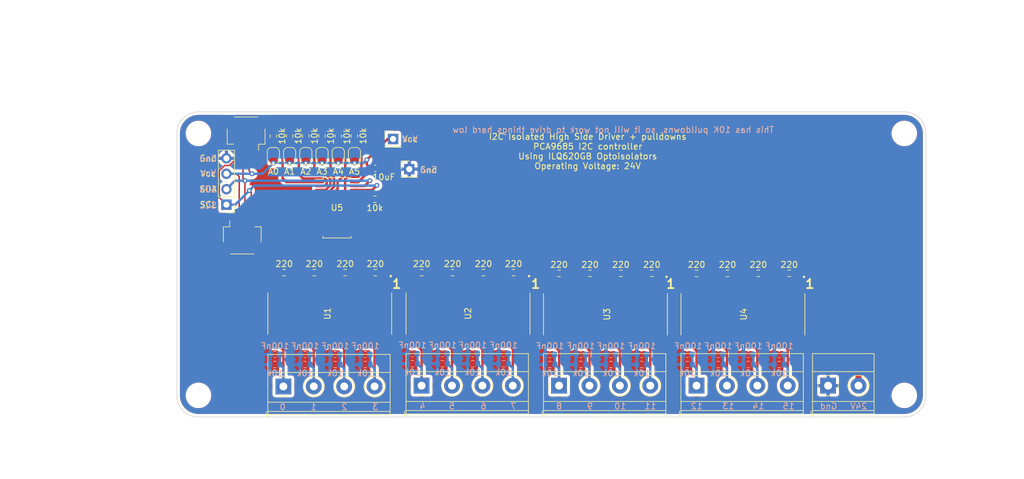
<source format=kicad_pcb>
(kicad_pcb (version 20211014) (generator pcbnew)
  (layers (0 "F.Cu" signal) (31 "B.Cu" signal) (34 "B.Paste" user) (35 "F.Paste" user) (36 "B.SilkS" user "B.Silkscreen") (37 "F.SilkS" user "F.Silkscreen") (38 "B.Mask" user) (39 "F.Mask" user) (44 "Edge.Cuts" user))
  (net 0 "")
  (net 1 "Net-(C1-Pad1)")
  (net 2 "GND")
  (net 3 "Net-(C2-Pad1)")
  (net 4 "Net-(C3-Pad1)")
  (net 5 "Net-(C4-Pad1)")
  (net 6 "Net-(C5-Pad1)")
  (net 7 "Net-(C6-Pad1)")
  (net 8 "Net-(C7-Pad1)")
  (net 9 "Net-(C8-Pad1)")
  (net 10 "Net-(C9-Pad1)")
  (net 11 "Net-(C10-Pad1)")
  (net 12 "Net-(C11-Pad1)")
  (net 13 "Net-(C12-Pad1)")
  (net 14 "Net-(C13-Pad1)")
  (net 15 "Net-(C14-Pad1)")
  (net 16 "Net-(C15-Pad1)")
  (net 17 "Net-(C16-Pad1)")
  (net 18 "VCC")
  (net 19 "+24V")
  (net 20 "/scl")
  (net 21 "/sda")
  (net 22 "Net-(JP1-Pad2)")
  (net 23 "Net-(JP2-Pad2)")
  (net 24 "Net-(JP3-Pad2)")
  (net 25 "Net-(JP4-Pad2)")
  (net 26 "Net-(JP5-Pad2)")
  (net 27 "Net-(JP6-Pad2)")
  (net 28 "Net-(R1-Pad1)")
  (net 29 "/pwm0")
  (net 30 "Net-(R2-Pad1)")
  (net 31 "/pwm1")
  (net 32 "Net-(R3-Pad1)")
  (net 33 "/pwm2")
  (net 34 "Net-(R4-Pad1)")
  (net 35 "/pwm3")
  (net 36 "Net-(R5-Pad1)")
  (net 37 "/pwm4")
  (net 38 "Net-(R6-Pad1)")
  (net 39 "/pwm5")
  (net 40 "Net-(R7-Pad1)")
  (net 41 "/pwm6")
  (net 42 "Net-(R8-Pad1)")
  (net 43 "/pwm7")
  (net 44 "Net-(R9-Pad1)")
  (net 45 "/pwm8")
  (net 46 "Net-(R10-Pad1)")
  (net 47 "/pwm9")
  (net 48 "Net-(R11-Pad1)")
  (net 49 "/pwm10")
  (net 50 "Net-(R12-Pad1)")
  (net 51 "/pwm11")
  (net 52 "Net-(R13-Pad1)")
  (net 53 "/pwm12")
  (net 54 "Net-(R14-Pad1)")
  (net 55 "/pwm13")
  (net 56 "Net-(R15-Pad1)")
  (net 57 "/pwm14")
  (net 58 "Net-(R16-Pad1)")
  (net 59 "/pwm15")
  (net 60 "Net-(R39-Pad1)")
  (footprint "TerminalBlock_Phoenix:TerminalBlock_Phoenix_MKDS-1,5-2_1x02_P5.00mm_Horizontal" (layer "F.Cu") (at 197.946 125.313)
    (fp_text reference "J1" hide)
    (fp_text value "power in")
  )
  (footprint "TerminalBlock_Phoenix:TerminalBlock_Phoenix_MKDS-1,5-4_1x04_P5.00mm_Horizontal" (layer "F.Cu") (at 153.703 125.313)
    (fp_text reference "J4" hide)
    (fp_text value "Conn_01x04")
  )
  (footprint "Resistor_SMD:R_0603_1608Metric" (layer "F.Cu") (at 153.71 106.847 180)
    (fp_text reference "R9" hide)
    (fp_text value "220")
  )
  (footprint "Evan's misc parts:OPTO_ILQ620GB-X009" (layer "F.Cu") (at 115.991 113.462 -90)
    (fp_text reference "U1")
    (fp_text value "ILQ620GB-X009")
  )
  (footprint "Evan's misc parts:OPTO_ILQ620GB-X009" (layer "F.Cu") (at 183.936 113.578 -90)
    (fp_text reference "U4")
    (fp_text value "ILQ620GB-X009")
  )
  (footprint "Jumper:SolderJumper-2_P1.3mm_Open_RoundedPad1.0x1.5mm" (layer "F.Cu") (at 120.055 87.543 90)
    (fp_text reference "JP6" hide)
    (fp_text value "Jumper_2_Open" hide)
  )
  (footprint "Resistor_SMD:R_0603_1608Metric" (layer "F.Cu") (at 106.72 84.271 90)
    (fp_text reference "R33" hide)
    (fp_text value "10k")
  )
  (footprint "Resistor_SMD:R_0603_1608Metric" (layer "F.Cu") (at 131.104 106.72 180)
    (fp_text reference "R5" hide)
    (fp_text value "220")
  )
  (footprint "Jumper:SolderJumper-2_P1.3mm_Open_RoundedPad1.0x1.5mm" (layer "F.Cu") (at 112.054 87.543 90)
    (fp_text reference "JP3" hide)
    (fp_text value "Jumper_2_Open" hide)
  )
  (footprint "Resistor_SMD:R_0603_1608Metric" (layer "F.Cu") (at 113.451 106.72 180)
    (fp_text reference "R2" hide)
    (fp_text value "220")
  )
  (footprint "TerminalBlock_Phoenix:TerminalBlock_Phoenix_MKDS-1,5-4_1x04_P5.00mm_Horizontal" (layer "F.Cu") (at 108.364 125.44)
    (fp_text reference "J2" hide)
    (fp_text value "Conn_01x04")
  )
  (footprint "Jumper:SolderJumper-2_P1.3mm_Open_RoundedPad1.0x1.5mm" (layer "F.Cu") (at 106.72 87.543 90)
    (fp_text reference "JP1" hide)
    (fp_text value "Jumper_2_Open" hide)
  )
  (footprint "MountingHole:MountingHole_3.2mm_M3" (layer "F.Cu") (at 94.4 83.834)
    (fp_text reference "REF**" hide)
    (fp_text value "MountingHole_3.2mm_M3")
  )
  (footprint "Resistor_SMD:R_0603_1608Metric" (layer "F.Cu") (at 168.95 106.847 180)
    (fp_text reference "R12" hide)
    (fp_text value "220")
  )
  (footprint "TerminalBlock_Phoenix:TerminalBlock_Phoenix_MKDS-1,5-4_1x04_P5.00mm_Horizontal" (layer "F.Cu") (at 131.097 125.313)
    (fp_text reference "J3" hide)
    (fp_text value "Conn_01x04")
  )
  (footprint "Resistor_SMD:R_0603_1608Metric" (layer "F.Cu") (at 118.531 106.72 180)
    (fp_text reference "R3" hide)
    (fp_text value "220")
  )
  (footprint "Connector_JST:JST_SH_SM04B-SRSS-TB_1x04-1MP_P1.00mm_Horizontal" (layer "F.Cu") (at 101.6 100.965)
    (fp_text reference "J7" hide)
    (fp_text value "qwiic 1")
  )
  (footprint "Jumper:SolderJumper-2_P1.3mm_Open_RoundedPad1.0x1.5mm" (layer "F.Cu") (at 109.387 87.543 90)
    (fp_text reference "JP2" hide)
    (fp_text value "Jumper_2_Open" hide)
  )
  (footprint "Capacitor_SMD:C_0603_1608Metric" (layer "F.Cu") (at 123.484 89.575)
    (fp_text reference "C17" hide)
    (fp_text value "10uF")
  )
  (footprint "Resistor_SMD:R_0603_1608Metric" (layer "F.Cu") (at 163.87 106.847 180)
    (fp_text reference "R11" hide)
    (fp_text value "220")
  )
  (footprint "Resistor_SMD:R_0603_1608Metric" (layer "F.Cu") (at 123.484 106.72 180)
    (fp_text reference "R4" hide)
    (fp_text value "220")
  )
  (footprint "Resistor_SMD:R_0603_1608Metric" (layer "F.Cu") (at 120.055 84.256 90)
    (fp_text reference "R38" hide)
    (fp_text value "10k")
  )
  (footprint "Connector_PinHeader_2.54mm:PinHeader_1x04_P2.54mm_Vertical" (layer "F.Cu") (at 99 95.544 180)
    (fp_text reference "J6" hide)
    (fp_text value "to qwiic breakout")
  )
  (footprint "Resistor_SMD:R_0603_1608Metric" (layer "F.Cu") (at 123.408 94.655)
    (fp_text reference "R39" hide)
    (fp_text value "10k")
  )
  (footprint "Resistor_SMD:R_0603_1608Metric" (layer "F.Cu") (at 158.79 106.847 180)
    (fp_text reference "R10" hide)
    (fp_text value "220")
  )
  (footprint "Resistor_SMD:R_0603_1608Metric" (layer "F.Cu") (at 181.396 106.847 180)
    (fp_text reference "R14" hide)
    (fp_text value "220")
  )
  (footprint "Package_SO:TSSOP-28_4.4x9.7mm_P0.65mm" (layer "F.Cu") (at 117.185 96.059)
    (fp_text reference "U5")
    (fp_text value "PCA9685PW")
  )
  (footprint "TerminalBlock_Phoenix:TerminalBlock_Phoenix_MKDS-1,5-4_1x04_P5.00mm_Horizontal" (layer "F.Cu") (at 176.309 125.313)
    (fp_text reference "J5" hide)
    (fp_text value "Conn_01x04")
  )
  (footprint "Resistor_SMD:R_0603_1608Metric" (layer "F.Cu") (at 117.388 84.271 90)
    (fp_text reference "R37" hide)
    (fp_text value "10k")
  )
  (footprint "Connector_PinHeader_2.54mm:PinHeader_1x01_P2.54mm_Vertical" (layer "F.Cu") (at 129.072 89.702)
    (fp_text reference "J10" hide)
    (fp_text value "Conn_01x01" hide)
  )
  (footprint "MountingHole:MountingHole_3.2mm_M3" (layer "F.Cu") (at 210.479 83.834)
    (fp_text reference "REF**" hide)
    (fp_text value "MountingHole_3.2mm_M3")
  )
  (footprint "Resistor_SMD:R_0603_1608Metric" (layer "F.Cu") (at 146.217 106.72 180)
    (fp_text reference "R8" hide)
    (fp_text value "220")
  )
  (footprint "Connector_JST:JST_SH_SM04B-SRSS-TB_1x04-1MP_P1.00mm_Horizontal" (layer "F.Cu") (at 102.235 83.82 180)
    (fp_text reference "J8" hide)
    (fp_text value "qwiic 2")
  )
  (footprint "Connector_PinHeader_2.54mm:PinHeader_1x01_P2.54mm_Vertical" (layer "F.Cu") (at 126.405 84.749)
    (fp_text reference "J9" hide)
    (fp_text value "qwiic 2" hide)
  )
  (footprint "Resistor_SMD:R_0603_1608Metric" (layer "F.Cu") (at 108.498 106.72 180)
    (fp_text reference "R1" hide)
    (fp_text value "220")
  )
  (footprint "MountingHole:MountingHole_3.2mm_M3" (layer "F.Cu") (at 210.479 126.913)
    (fp_text reference "REF**" hide)
    (fp_text value "MountingHole_3.2mm_M3")
  )
  (footprint "Resistor_SMD:R_0603_1608Metric" (layer "F.Cu") (at 114.721 84.256 90)
    (fp_text reference "R36" hide)
    (fp_text value "10k")
  )
  (footprint "Resistor_SMD:R_0603_1608Metric" (layer "F.Cu") (at 191.556 106.847 180)
    (fp_text reference "R16" hide)
    (fp_text value "220")
  )
  (footprint "Resistor_SMD:R_0603_1608Metric" (layer "F.Cu") (at 112.054 84.256 90)
    (fp_text reference "R35" hide)
    (fp_text value "10k")
  )
  (footprint "Jumper:SolderJumper-2_P1.3mm_Open_RoundedPad1.0x1.5mm" (layer "F.Cu") (at 117.388 87.543 90)
    (fp_text reference "JP5" hide)
    (fp_text value "Jumper_2_Open" hide)
  )
  (footprint "Evan's misc parts:OPTO_ILQ620GB-X009" (layer "F.Cu") (at 138.724 113.462 -90)
    (fp_text reference "U2")
    (fp_text value "ILQ620GB-X009")
  )
  (footprint "Jumper:SolderJumper-2_P1.3mm_Open_RoundedPad1.0x1.5mm" (layer "F.Cu") (at 114.721 87.543 90)
    (fp_text reference "JP4" hide)
    (fp_text value "Jumper_2_Open" hide)
  )
  (footprint "Evan's misc parts:OPTO_ILQ620GB-X009" (layer "F.Cu") (at 161.33 113.578 -90)
    (fp_text reference "U3")
    (fp_text value "ILQ620GB-X009")
  )
  (footprint "Resistor_SMD:R_0603_1608Metric" (layer "F.Cu") (at 176.316 106.847 180)
    (fp_text reference "R13" hide)
    (fp_text value "220")
  )
  (footprint "Resistor_SMD:R_0603_1608Metric" (layer "F.Cu") (at 141.264 106.72 180)
    (fp_text reference "R7" hide)
    (fp_text value "220")
  )
  (footprint "Resistor_SMD:R_0603_1608Metric" (layer "F.Cu") (at 136.184 106.72 180)
    (fp_text reference "R6" hide)
    (fp_text value "220")
  )
  (footprint "MountingHole:MountingHole_3.2mm_M3" (layer "F.Cu") (at 94.4 126.913)
    (fp_text reference "REF**" hide)
    (fp_text value "MountingHole_3.2mm_M3")
  )
  (footprint "Resistor_SMD:R_0603_1608Metric" (layer "F.Cu") (at 109.387 84.256 90)
    (fp_text reference "R34" hide)
    (fp_text value "10k")
  )
  (footprint "Resistor_SMD:R_0603_1608Metric" (layer "F.Cu") (at 186.476 106.847 180)
    (fp_text reference "R15" hide)
    (fp_text value "220")
  )
  (footprint "Resistor_SMD:R_0603_1608Metric" (layer "B.Cu") (at 129.58 121.706 180)
    (fp_text reference "R21" hide)
    (fp_text value "10k")
  )
  (footprint "Capacitor_SMD:C_0603_1608Metric" (layer "B.Cu") (at 184.825 120.182 180)
    (fp_text reference "C15" hide)
    (fp_text value "100nF")
  )
  (footprint "Capacitor_SMD:C_0603_1608Metric" (layer "B.Cu") (at 167.299 120.182 180)
    (fp_text reference "C12" hide)
    (fp_text value "100nF")
  )
  (footprint "Resistor_SMD:R_0603_1608Metric" (layer "B.Cu") (at 144.566 121.706 180)
    (fp_text reference "R24" hide)
    (fp_text value "10k")
  )
  (footprint "Capacitor_SMD:C_0603_1608Metric" (layer "B.Cu") (at 106.974 120.182 180)
    (fp_text reference "C1" hide)
    (fp_text value "100nF")
  )
  (footprint "Capacitor_SMD:C_0603_1608Metric" (layer "B.Cu") (at 179.872 120.182 180)
    (fp_text reference "C14" hide)
    (fp_text value "100nF")
  )
  (footprint "Resistor_SMD:R_0603_1608Metric" (layer "B.Cu") (at 111.927 121.833 180)
    (fp_text reference "R18" hide)
    (fp_text value "10k")
  )
  (footprint "Resistor_SMD:R_0603_1608Metric" (layer "B.Cu") (at 189.905 121.833 180)
    (fp_text reference "R32" hide)
    (fp_text value "10k")
  )
  (footprint "Capacitor_SMD:C_0603_1608Metric" (layer "B.Cu") (at 157.266 120.182 180)
    (fp_text reference "C10" hide)
    (fp_text value "100nF")
  )
  (footprint "Capacitor_SMD:C_0603_1608Metric" (layer "B.Cu") (at 162.219 120.182 180)
    (fp_text reference "C11" hide)
    (fp_text value "100nF")
  )
  (footprint "Resistor_SMD:R_0603_1608Metric" (layer "B.Cu") (at 162.219 121.833 180)
    (fp_text reference "R27" hide)
    (fp_text value "10k")
  )
  (footprint "Capacitor_SMD:C_0603_1608Metric" (layer "B.Cu") (at 144.566 120.055 180)
    (fp_text reference "C8" hide)
    (fp_text value "100nF")
  )
  (footprint "Capacitor_SMD:C_0603_1608Metric" (layer "B.Cu") (at 139.486 120.055 180)
    (fp_text reference "C7" hide)
    (fp_text value "100nF")
  )
  (footprint "Resistor_SMD:R_0603_1608Metric" (layer "B.Cu") (at 174.792 121.833 180)
    (fp_text reference "R29" hide)
    (fp_text value "10k")
  )
  (footprint "Resistor_SMD:R_0603_1608Metric" (layer "B.Cu") (at 116.88 121.833 180)
    (fp_text reference "R19" hide)
    (fp_text value "10k")
  )
  (footprint "Resistor_SMD:R_0603_1608Metric" (layer "B.Cu") (at 152.186 121.833 180)
    (fp_text reference "R25" hide)
    (fp_text value "10k")
  )
  (footprint "Capacitor_SMD:C_0603_1608Metric" (layer "B.Cu") (at 189.918 120.182 180)
    (fp_text reference "C16" hide)
    (fp_text value "100nF")
  )
  (footprint "Resistor_SMD:R_0603_1608Metric" (layer "B.Cu") (at 121.833 121.833 180)
    (fp_text reference "R20" hide)
    (fp_text value "10k")
  )
  (footprint "Capacitor_SMD:C_0603_1608Metric" (layer "B.Cu") (at 134.533 120.055 180)
    (fp_text reference "C6" hide)
    (fp_text value "100nF")
  )
  (footprint "Resistor_SMD:R_0603_1608Metric" (layer "B.Cu") (at 139.486 121.706 180)
    (fp_text reference "R23" hide)
    (fp_text value "10k")
  )
  (footprint "Capacitor_SMD:C_0603_1608Metric" (layer "B.Cu") (at 111.927 120.182 180)
    (fp_text reference "C2" hide)
    (fp_text value "100nF")
  )
  (footprint "Capacitor_SMD:C_0603_1608Metric" (layer "B.Cu") (at 174.792 120.182 180)
    (fp_text reference "C13" hide)
    (fp_text value "100nF")
  )
  (footprint "Resistor_SMD:R_0603_1608Metric" (layer "B.Cu") (at 106.974 121.833 180)
    (fp_text reference "R17" hide)
    (fp_text value "10k")
  )
  (footprint "Resistor_SMD:R_0603_1608Metric" (layer "B.Cu") (at 167.299 121.833 180)
    (fp_text reference "R28" hide)
    (fp_text value "10k")
  )
  (footprint "Resistor_SMD:R_0603_1608Metric" (layer "B.Cu") (at 134.533 121.706 180)
    (fp_text reference "R22" hide)
    (fp_text value "10k")
  )
  (footprint "Capacitor_SMD:C_0603_1608Metric" (layer "B.Cu") (at 116.88 120.182 180)
    (fp_text reference "C3" hide)
    (fp_text value "100nF")
  )
  (footprint "Capacitor_SMD:C_0603_1608Metric" (layer "B.Cu") (at 129.58 120.055 180)
    (fp_text reference "C5" hide)
    (fp_text value "100nF")
  )
  (footprint "Resistor_SMD:R_0603_1608Metric" (layer "B.Cu") (at 157.266 121.833 180)
    (fp_text reference "R26" hide)
    (fp_text value "10k")
  )
  (footprint "Capacitor_SMD:C_0603_1608Metric" (layer "B.Cu") (at 121.833 120.182 180)
    (fp_text reference "C4" hide)
    (fp_text value "100nF")
  )
  (footprint "Resistor_SMD:R_0603_1608Metric" (layer "B.Cu") (at 184.825 121.833 180)
    (fp_text reference "R31" hide)
    (fp_text value "10k")
  )
  (footprint "Resistor_SMD:R_0603_1608Metric" (layer "B.Cu") (at 179.872 121.833 180)
    (fp_text reference "R30" hide)
    (fp_text value "10k")
  )
  (footprint "Capacitor_SMD:C_0603_1608Metric" (layer "B.Cu") (at 152.186 120.182 180)
    (fp_text reference "C9" hide)
    (fp_text value "100nF")
  )
  (gr_arc (start 94.4 130.469) (mid 91.885528 129.427472) (end 90.844 126.913) (layer "Edge.Cuts") (width 0.1))
  (gr_line (start 90.844 83.834) (end 90.844 126.913) (layer "Edge.Cuts") (width 0.1))
  (gr_line (start 94.4 80.278) (end 210.479 80.278) (layer "Edge.Cuts") (width 0.1))
  (gr_line (start 210.479 130.471267) (end 94.4 130.469) (layer "Edge.Cuts") (width 0.1))
  (gr_arc (start 214.035 126.786) (mid 213.039582 129.383766) (end 210.479 130.471267) (layer "Edge.Cuts") (width 0.1))
  (gr_arc (start 90.844 83.834) (mid 91.885528 81.319528) (end 94.4 80.278) (layer "Edge.Cuts") (width 0.1))
  (gr_arc (start 210.479 80.278) (mid 212.993472 81.319528) (end 214.035 83.834) (layer "Edge.Cuts") (width 0.1))
  (gr_line (start 214.035 83.834) (end 214.035 126.786) (layer "Edge.Cuts") (width 0.1))
  (gr_text "11" (at 168.696 128.691) (layer "B.SilkS") (effects (font (size 1 1)) (justify mirror)))
  (gr_text "1" (at 113.324 128.818) (layer "B.SilkS") (effects (font (size 1 1)) (justify mirror)))
  (gr_text "Gnd" (at 198.033 128.691) (layer "B.SilkS") (effects (font (size 1 1)) (justify mirror)))
  (gr_text "13" (at 181.523 128.691) (layer "B.SilkS") (effects (font (size 1 1)) (justify mirror)))
  (gr_text "Vcc" (at 129.199 84.749) (layer "B.SilkS") (effects (font (size 1 1)) (justify mirror)))
  (gr_text "This has 10K pulldowns, so it will not work to drive things hard low" (at 162.6 83.225) (layer "B.SilkS") (effects (font (size 1 1)) (justify mirror)))
  (gr_text "0" (at 108.244 128.818) (layer "B.SilkS") (effects (font (size 1 1)) (justify mirror)))
  (gr_text "6" (at 141.264 128.691) (layer "B.SilkS") (effects (font (size 1 1)) (justify mirror)))
  (gr_text "Gnd" (at 96 88) (layer "B.SilkS") (effects (font (size 1 1)) (justify mirror)))
  (gr_text "SCL" (at 96 95.671) (layer "B.SilkS") (effects (font (size 1 1)) (justify mirror)))
  (gr_text "Gnd" (at 132.247 89.829) (layer "B.SilkS") (effects (font (size 1 1)) (justify mirror)))
  (gr_text "14" (at 186.476 128.691) (layer "B.SilkS") (effects (font (size 1 1)) (justify mirror)))
  (gr_text "9" (at 158.79 128.691) (layer "B.SilkS") (effects (font (size 1 1)) (justify mirror)))
  (gr_text "12" (at 176.316 128.691) (layer "B.SilkS") (effects (font (size 1 1)) (justify mirror)))
  (gr_text "24V" (at 202.986 128.691) (layer "B.SilkS") (effects (font (size 1 1)) (justify mirror)))
  (gr_text "10" (at 163.743 128.691) (layer "B.SilkS") (effects (font (size 1 1)) (justify mirror)))
  (gr_text "5" (at 136.057 128.691) (layer "B.SilkS") (effects (font (size 1 1)) (justify mirror)))
  (gr_text "8" (at 153.71 128.691) (layer "B.SilkS") (effects (font (size 1 1)) (justify mirror)))
  (gr_text "2" (at 118.404 128.818) (layer "B.SilkS") (effects (font (size 1 1)) (justify mirror)))
  (gr_text "7" (at 146.217 128.691) (layer "B.SilkS") (effects (font (size 1 1)) (justify mirror)))
  (gr_text "3" (at 123.484 128.818) (layer "B.SilkS") (effects (font (size 1 1)) (justify mirror)))
  (gr_text "15" (at 191.429 128.691) (layer "B.SilkS") (effects (font (size 1 1)) (justify mirror)))
  (gr_text "Vcc" (at 96 90.337) (layer "B.SilkS") (effects (font (size 1 1)) (justify mirror)))
  (gr_text "4" (at 131.231 128.691) (layer "B.SilkS") (effects (font (size 1 1)) (justify mirror)))
  (gr_text "SDA" (at 96 93) (layer "B.SilkS") (effects (font (size 1 1)) (justify mirror)))
  (gr_text "I2C Isolated High Side Driver + pulldowns\nPCA9685 I2C controller\nUsing ILQ620GB Optoisolators\nOperating Voltage: 24V\n" (at 158.409 86.781) (layer "F.SilkS") (effects (font (size 1 1))))
  (gr_text "Gnd" (at 132.247 89.829) (layer "F.SilkS") (effects (font (size 1 1))))
  (gr_text "A2" (at 112.054 90.083) (layer "F.SilkS") (effects (font (size 1 1))))
  (gr_text "A4" (at 117.388 90.083) (layer "F.SilkS") (effects (font (size 1 1))))
  (gr_text "1" (at 127 108.585) (layer "F.SilkS") (effects (font (size 1.5 1.5) (thickness 0.3))))
  (gr_text "Vcc" (at 129.199 84.749) (layer "F.SilkS") (effects (font (size 1 1))))
  (gr_text "SCL" (at 96 95.544) (layer "F.SilkS") (effects (font (size 1 1))))
  (gr_text "1" (at 172.085 108.585) (layer "F.SilkS") (effects (font (size 1.5 1.5) (thickness 0.3))))
  (gr_text "A3" (at 114.721 90.083) (layer "F.SilkS") (effects (font (size 1 1))))
  (gr_text "A1" (at 109.387 90.083) (layer "F.SilkS") (effects (font (size 1 1))))
  (gr_text "1" (at 194.945 108.585) (layer "F.SilkS") (effects (font (size 1.5 1.5) (thickness 0.3))))
  (gr_text "SDA" (at 96 93) (layer "F.SilkS") (effects (font (size 1 1))))
  (gr_text "Vcc" (at 96 90.434) (layer "F.SilkS") (effects (font (size 1 1))))
  (gr_text "A5" (at 120.055 90.083) (layer "F.SilkS") (effects (font (size 1 1))))
  (gr_text "1" (at 149.86 108.585) (layer "F.SilkS") (effects (font (size 1.5 1.5) (thickness 0.3))))
  (gr_text "Gnd" (at 96 87.934) (layer "F.SilkS") (effects (font (size 1 1))))
  (gr_text "A0" (at 106.72 90.083) (layer "F.SilkS") (effects (font (size 1 1))))
  (segment (start 108.364 119.485) (end 108.364 125.44) (width 0.4) (layer "F.Cu") (net 1))
  (segment (start 107.101 118.222) (end 108.364 119.485) (width 0.4) (layer "F.Cu") (net 1))
  (segment (start 108.364 122.398) (end 107.799 121.833) (width 0.4) (layer "B.Cu") (net 1))
  (segment (start 107.799 121.833) (end 107.799 120.232) (width 0.4) (layer "B.Cu") (net 1))
  (segment (start 108.364 125.44) (end 108.364 122.398) (width 0.4) (layer "B.Cu") (net 1))
  (segment (start 107.799 120.232) (end 107.749 120.182) (width 0.4) (layer "B.Cu") (net 1))
  (segment (start 120.0655 93.766) (end 120.0475 93.784) (width 0.4) (layer "F.Cu") (net 2))
  (segment (start 124.233 94.655) (end 123.344 93.766) (width 0.4) (layer "F.Cu") (net 2))
  (segment (start 123.344 93.766) (end 120.0655 93.766) (width 0.4) (layer "F.Cu") (net 2))
  (segment (start 113.364 119.405) (end 112.181 118.222) (width 0.4) (layer "F.Cu") (net 3))
  (segment (start 113.364 125.44) (end 113.364 119.405) (width 0.4) (layer "F.Cu") (net 3))
  (segment (start 112.752 120.232) (end 112.702 120.182) (width 0.4) (layer "B.Cu") (net 3))
  (segment (start 112.752 121.833) (end 112.752 120.232) (width 0.4) (layer "B.Cu") (net 3))
  (segment (start 113.364 125.44) (end 113.364 122.445) (width 0.4) (layer "B.Cu") (net 3))
  (segment (start 113.364 122.445) (end 112.752 121.833) (width 0.4) (layer "B.Cu") (net 3))
  (segment (start 118.364 119.325) (end 117.261 118.222) (width 0.4) (layer "F.Cu") (net 4))
  (segment (start 118.364 125.44) (end 118.364 119.325) (width 0.4) (layer "F.Cu") (net 4))
  (segment (start 117.705 120.232) (end 117.655 120.182) (width 0.4) (layer "B.Cu") (net 4))
  (segment (start 118.364 122.492) (end 117.705 121.833) (width 0.4) (layer "B.Cu") (net 4))
  (segment (start 117.705 121.833) (end 117.705 120.232) (width 0.4) (layer "B.Cu") (net 4))
  (segment (start 118.364 125.44) (end 118.364 122.492) (width 0.4) (layer "B.Cu") (net 4))
  (segment (start 123.364 125.44) (end 123.364 119.245) (width 0.4) (layer "F.Cu") (net 5))
  (segment (start 123.364 119.245) (end 122.341 118.222) (width 0.4) (layer "F.Cu") (net 5))
  (segment (start 122.658 120.232) (end 122.608 120.182) (width 0.4) (layer "B.Cu") (net 5))
  (segment (start 123.364 125.44) (end 123.364 122.539) (width 0.4) (layer "B.Cu") (net 5))
  (segment (start 123.364 122.539) (end 122.658 121.833) (width 0.4) (layer "B.Cu") (net 5))
  (segment (start 122.658 121.833) (end 122.658 120.232) (width 0.4) (layer "B.Cu") (net 5))
  (segment (start 131.097 119.485) (end 129.834 118.222) (width 0.4) (layer "F.Cu") (net 6))
  (segment (start 131.097 125.313) (end 131.097 119.485) (width 0.4) (layer "F.Cu") (net 6))
  (segment (start 130.405 120.105) (end 130.355 120.055) (width 0.4) (layer "B.Cu") (net 6))
  (segment (start 131.097 125.313) (end 131.097 122.398) (width 0.4) (layer "B.Cu") (net 6))
  (segment (start 130.405 121.706) (end 130.405 120.105) (width 0.4) (layer "B.Cu") (net 6))
  (segment (start 131.097 122.398) (end 130.405 121.706) (width 0.4) (layer "B.Cu") (net 6))
  (segment (start 136.097 119.405) (end 134.914 118.222) (width 0.4) (layer "F.Cu") (net 7))
  (segment (start 136.097 125.313) (end 136.097 119.405) (width 0.4) (layer "F.Cu") (net 7))
  (segment (start 136.097 122.445) (end 135.358 121.706) (width 0.4) (layer "B.Cu") (net 7))
  (segment (start 135.358 121.706) (end 135.358 120.105) (width 0.4) (layer "B.Cu") (net 7))
  (segment (start 135.358 120.105) (end 135.308 120.055) (width 0.4) (layer "B.Cu") (net 7))
  (segment (start 136.097 125.313) (end 136.097 122.445) (width 0.4) (layer "B.Cu") (net 7))
  (segment (start 141.097 125.313) (end 141.097 119.325) (width 0.4) (layer "F.Cu") (net 8))
  (segment (start 141.097 119.325) (end 139.994 118.222) (width 0.4) (layer "F.Cu") (net 8))
  (segment (start 140.311 120.105) (end 140.261 120.055) (width 0.4) (layer "B.Cu") (net 8))
  (segment (start 141.097 125.313) (end 141.097 122.492) (width 0.4) (layer "B.Cu") (net 8))
  (segment (start 140.311 121.706) (end 140.311 120.105) (width 0.4) (layer "B.Cu") (net 8))
  (segment (start 141.097 122.492) (end 140.311 121.706) (width 0.4) (layer "B.Cu") (net 8))
  (segment (start 146.097 119.245) (end 145.074 118.222) (width 0.4) (layer "F.Cu") (net 9))
  (segment (start 146.097 125.313) (end 146.097 119.245) (width 0.4) (layer "F.Cu") (net 9))
  (segment (start 146.097 122.412) (end 145.391 121.706) (width 0.4) (layer "B.Cu") (net 9))
  (segment (start 145.391 120.105) (end 145.341 120.055) (width 0.4) (layer "B.Cu") (net 9))
  (segment (start 145.391 121.706) (end 145.391 120.105) (width 0.4) (layer "B.Cu") (net 9))
  (segment (start 146.097 125.313) (end 146.097 122.412) (width 0.4) (layer "B.Cu") (net 9))
  (segment (start 153.703 119.601) (end 152.44 118.338) (width 0.4) (layer "F.Cu") (net 10))
  (segment (start 153.703 125.313) (end 153.703 119.601) (width 0.4) (layer "F.Cu") (net 10))
  (segment (start 153.703 125.313) (end 153.703 122.525) (width 0.4) (layer "B.Cu") (net 10))
  (segment (start 153.011 120.232) (end 152.961 120.182) (width 0.4) (layer "B.Cu") (net 10))
  (segment (start 153.011 121.833) (end 153.011 120.232) (width 0.4) (layer "B.Cu") (net 10))
  (segment (start 153.703 122.525) (end 153.011 121.833) (width 0.4) (layer "B.Cu") (net 10))
  (segment (start 158.703 125.313) (end 158.703 119.521) (width 0.4) (layer "F.Cu") (net 11))
  (segment (start 158.703 119.521) (end 157.52 118.338) (width 0.4) (layer "F.Cu") (net 11))
  (segment (start 158.703 122.445) (end 158.091 121.833) (width 0.4) (layer "B.Cu") (net 11))
  (segment (start 158.703 125.313) (end 158.703 122.445) (width 0.4) (layer "B.Cu") (net 11))
  (segment (start 158.091 121.833) (end 158.091 120.232) (width 0.4) (layer "B.Cu") (net 11))
  (segment (start 158.091 120.232) (end 158.041 120.182) (width 0.4) (layer "B.Cu") (net 11))
  (segment (start 163.703 125.313) (end 163.703 119.441) (width 0.4) (layer "F.Cu") (net 12))
  (segment (start 163.703 119.441) (end 162.6 118.338) (width 0.4) (layer "F.Cu") (net 12))
  (segment (start 163.703 122.492) (end 163.044 121.833) (width 0.4) (layer "B.Cu") (net 12))
  (segment (start 163.044 121.833) (end 163.044 120.232) (width 0.4) (layer "B.Cu") (net 12))
  (segment (start 163.044 120.232) (end 162.994 120.182) (width 0.4) (layer "B.Cu") (net 12))
  (segment (start 163.703 125.313) (end 163.703 122.492) (width 0.4) (layer "B.Cu") (net 12))
  (segment (start 168.703 119.361) (end 167.68 118.338) (width 0.4) (layer "F.Cu") (net 13))
  (segment (start 168.703 125.313) (end 168.703 119.361) (width 0.4) (layer "F.Cu") (net 13))
  (segment (start 168.124 120.232) (end 168.074 120.182) (width 0.4) (layer "B.Cu") (net 13))
  (segment (start 168.703 125.313) (end 168.703 122.412) (width 0.4) (layer "B.Cu") (net 13))
  (segment (start 168.124 121.833) (end 168.124 120.232) (width 0.4) (layer "B.Cu") (net 13))
  (segment (start 168.703 122.412) (end 168.124 121.833) (width 0.4) (layer "B.Cu") (net 13))
  (segment (start 176.309 125.313) (end 176.309 119.601) (width 0.4) (layer "F.Cu") (net 14))
  (segment (start 176.309 119.601) (end 175.046 118.338) (width 0.4) (layer "F.Cu") (net 14))
  (segment (start 176.309 125.313) (end 176.309 122.525) (width 0.4) (layer "B.Cu") (net 14))
  (segment (start 175.617 121.833) (end 175.617 120.232) (width 0.4) (layer "B.Cu") (net 14))
  (segment (start 175.617 120.232) (end 175.567 120.182) (width 0.4) (layer "B.Cu") (net 14))
  (segment (start 176.309 122.525) (end 175.617 121.833) (width 0.4) (layer "B.Cu") (net 14))
  (segment (start 181.309 119.521) (end 180.126 118.338) (width 0.4) (layer "F.Cu") (net 15))
  (segment (start 181.309 125.313) (end 181.309 119.521) (width 0.4) (layer "F.Cu") (net 15))
  (segment (start 181.309 125.313) (end 181.309 122.445) (width 0.4) (layer "B.Cu") (net 15))
  (segment (start 180.697 121.833) (end 180.697 120.232) (width 0.4) (layer "B.Cu") (net 15))
  (segment (start 181.309 122.445) (end 180.697 121.833) (width 0.4) (layer "B.Cu") (net 15))
  (segment (start 180.697 120.232) (end 180.647 120.182) (width 0.4) (layer "B.Cu") (net 15))
  (segment (start 186.309 119.441) (end 185.206 118.338) (width 0.4) (layer "F.Cu") (net 16))
  (segment (start 186.309 125.313) (end 186.309 119.441) (width 0.4) (layer "F.Cu") (net 16))
  (segment (start 186.309 125.313) (end 186.309 122.492) (width 0.4) (layer "B.Cu") (net 16))
  (segment (start 185.65 120.232) (end 185.6 120.182) (width 0.4) (layer "B.Cu") (net 16))
  (segment (start 186.309 122.492) (end 185.65 121.833) (width 0.4) (layer "B.Cu") (net 16))
  (segment (start 185.65 121.833) (end 185.65 120.232) (width 0.4) (layer "B.Cu") (net 16))
  (segment (start 191.309 125.313) (end 191.309 119.361) (width 0.4) (layer "F.Cu") (net 17))
  (segment (start 191.309 119.361) (end 190.286 118.338) (width 0.4) (layer "F.Cu") (net 17))
  (segment (start 191.309 122.412) (end 190.73 121.833) (width 0.4) (layer "B.Cu") (net 17))
  (segment (start 190.73 120.219) (end 190.693 120.182) (width 0.4) (layer "B.Cu") (net 17))
  (segment (start 190.73 121.833) (end 190.73 120.219) (width 0.4) (layer "B.Cu") (net 17))
  (segment (start 191.309 125.313) (end 191.309 122.412) (width 0.4) (layer "B.Cu") (net 17))
  (segment (start 120.0475 91.834) (end 120.67585 91.834) (width 0.4) (layer "F.Cu") (net 18))
  (segment (start 122.087 88.178) (end 122.087 88.953) (width 0.4) (layer "F.Cu") (net 18))
  (segment (start 122.087 88.953) (end 122.709 89.575) (width 0.4) (layer "F.Cu") (net 18))
  (segment (start 122.709 89.80085) (end 122.709 89.575) (width 0.4) (layer "F.Cu") (net 18))
  (segment (start 120.67585 91.834) (end 122.709 89.80085) (width 0.4) (layer "F.Cu") (net 18))
  (segment (start 125.516 84.749) (end 126.405 84.749) (width 0.4) (layer "F.Cu") (net 18))
  (segment (start 100.624 90.464) (end 99 90.464) (width 0.25) (layer "F.Cu") (net 18))
  (segment (start 101.1 90.94) (end 100.624 90.464) (width 0.25) (layer "F.Cu") (net 18))
  (segment (start 122.087 88.178) (end 125.516 84.749) (width 0.4) (layer "F.Cu") (net 18))
  (segment (start 101.1 98.965) (end 101.1 90.94) (width 0.25) (layer "F.Cu") (net 18))
  (segment (start 102.735 85.82) (end 102.735 89.988) (width 0.25) (layer "F.Cu") (net 18))
  (segment (start 102.735 89.988) (end 103.211 90.464) (width 0.25) (layer "F.Cu") (net 18))
  (via (at 120.055 88.686) (size 0.8) (drill 0.4) (layers "F.Cu" "B.Cu") (net 18))
  (via (at 114.721 88.686) (size 0.8) (drill 0.4) (layers "F.Cu" "B.Cu") (net 18))
  (via (at 106.72 88.686) (size 0.8) (drill 0.4) (layers "F.Cu" "B.Cu") (net 18))
  (via (at 112.054 88.686) (size 0.8) (drill 0.4) (layers "F.Cu" "B.Cu") (net 18))
  (via (at 109.387 88.686) (size 0.8) (drill 0.4) (layers "F.Cu" "B.Cu") (net 18))
  (via (at 117.388 88.686) (size 0.8) (drill 0.4) (layers "F.Cu" "B.Cu") (net 18))
  (via (at 122.087 88.178) (size 0.8) (drill 0.4) (layers "F.Cu" "B.Cu") (net 18))
  (via (at 103.211 90.464) (size 0.8) (drill 0.4) (layers "F.Cu" "B.Cu") (net 18))
  (segment (start 120.055 88.686) (end 121.579 88.686) (width 0.4) (layer "B.Cu") (net 18))
  (segment (start 121.579 88.686) (end 122.087 88.178) (width 0.4) (layer "B.Cu") (net 18))
  (segment (start 99 90.464) (end 103.211 90.464) (width 0.4) (layer "B.Cu") (net 18))
  (segment (start 104.942 90.464) (end 106.72 88.686) (width 0.4) (layer "B.Cu") (net 18))
  (segment (start 103.211 90.464) (end 104.942 90.464) (width 0.4) (layer "B.Cu") (net 18))
  (segment (start 106.72 88.686) (end 120.055 88.686) (width 0.4) (layer "B.Cu") (net 18))
  (segment (start 119.801 114.34) (end 124.754 114.34) (width 1) (layer "F.Cu") (net 19))
  (segment (start 202.946 120.269) (end 202.946 125.313) (width 1) (layer "F.Cu") (net 19))
  (segment (start 110.276 114.34) (end 114.721 114.34) (width 1) (layer "F.Cu") (net 19))
  (segment (start 170.22 114.467) (end 170.093 114.34) (width 1) (layer "F.Cu") (net 19))
  (segment (start 132.374 114.467) (end 132.501 114.34) (width 1) (layer "F.Cu") (net 19))
  (segment (start 192.826 114.594) (end 193.08 114.34) (width 1) (layer "F.Cu") (net 19))
  (segment (start 177.586 114.34) (end 182.92 114.34) (width 1) (layer "F.Cu") (net 19))
  (segment (start 147.614 114.34) (end 154.726 114.34) (width 1) (layer "F.Cu") (net 19))
  (segment (start 165.14 118.338) (end 165.14 114.467) (width 1) (layer "F.Cu") (net 19))
  (segment (start 182.666 118.338) (end 182.666 114.594) (width 1) (layer "F.Cu") (net 19))
  (segment (start 142.407 114.34) (end 147.614 114.34) (width 1) (layer "F.Cu") (net 19))
  (segment (start 182.92 114.34) (end 187.746 114.34) (width 1) (layer "F.Cu") (net 19))
  (segment (start 114.721 114.34) (end 119.801 114.34) (width 1) (layer "F.Cu") (net 19))
  (segment (start 154.726 114.34) (end 159.933 114.34) (width 1) (layer "F.Cu") (net 19))
  (segment (start 197.017 114.34) (end 202.946 120.269) (width 1) (layer "F.Cu") (net 19))
  (segment (start 177.586 118.338) (end 177.586 114.34) (width 1) (layer "F.Cu") (net 19))
  (segment (start 137.454 114.34) (end 142.407 114.34) (width 1) (layer "F.Cu") (net 19))
  (segment (start 147.614 118.222) (end 147.614 114.34) (width 1) (layer "F.Cu") (net 19))
  (segment (start 154.98 114.594) (end 154.726 114.34) (width 1) (layer "F.Cu") (net 19))
  (segment (start 142.534 114.467) (end 142.407 114.34) (width 1) (layer "F.Cu") (net 19))
  (segment (start 142.534 118.222) (end 142.534 114.467) (width 1) (layer "F.Cu") (net 19))
  (segment (start 187.746 114.34) (end 193.08 114.34) (width 1) (layer "F.Cu") (net 19))
  (segment (start 160.06 118.338) (end 160.06 114.467) (width 1) (layer "F.Cu") (net 19))
  (segment (start 170.093 114.34) (end 177.586 114.34) (width 1) (layer "F.Cu") (net 19))
  (segment (start 154.98 118.338) (end 154.98 114.594) (width 1) (layer "F.Cu") (net 19))
  (segment (start 114.721 118.222) (end 114.721 114.34) (width 1) (layer "F.Cu") (net 19))
  (segment (start 170.22 118.338) (end 170.22 114.467) (width 1) (layer "F.Cu") (net 19))
  (segment (start 124.881 114.467) (end 124.754 114.34) (width 1) (layer "F.Cu") (net 19))
  (segment (start 182.666 114.594) (end 182.92 114.34) (width 1) (layer "F.Cu") (net 19))
  (segment (start 187.746 118.338) (end 187.746 114.34) (width 1) (layer "F.Cu") (net 19))
  (segment (start 193.08 114.34) (end 197.017 114.34) (width 1) (layer "F.Cu") (net 19))
  (segment (start 132.374 118.222) (end 132.374 114.467) (width 1) (layer "F.Cu") (net 19))
  (segment (start 109.641 118.222) (end 109.641 114.975) (width 1) (layer "F.Cu") (net 19))
  (segment (start 109.641 114.975) (end 110.276 114.34) (width 1) (layer "F.Cu") (net 19))
  (segment (start 137.454 118.222) (end 137.454 114.34) (width 1) (layer "F.Cu") (net 19))
  (segment (start 119.801 118.222) (end 119.801 114.34) (width 1) (layer "F.Cu") (net 19))
  (segment (start 160.06 114.467) (end 159.933 114.34) (width 1) (layer "F.Cu") (net 19))
  (segment (start 165.013 114.34) (end 170.093 114.34) (width 1) (layer "F.Cu") (net 19))
  (segment (start 159.933 114.34) (end 165.013 114.34) (width 1) (layer "F.Cu") (net 19))
  (segment (start 132.501 114.34) (end 137.454 114.34) (width 1) (layer "F.Cu") (net 19))
  (segment (start 124.881 118.222) (end 124.881 114.467) (width 1) (layer "F.Cu") (net 19))
  (segment (start 165.14 114.467) (end 165.013 114.34) (width 1) (layer "F.Cu") (net 19))
  (segment (start 124.754 114.34) (end 132.501 114.34) (width 1) (layer "F.Cu") (net 19))
  (segment (start 192.826 118.338) (end 192.826 114.594) (width 1) (layer "F.Cu") (net 19))
  (segment (start 120.0475 93.134) (end 122.973 93.134) (width 0.4) (layer "F.Cu") (net 20))
  (segment (start 99 95.544) (end 97.825489 94.369489) (width 0.25) (layer "F.Cu") (net 20))
  (segment (start 103.1 93.575) (end 102.7625 93.2375) (width 0.25) (layer "F.Cu") (net 20))
  (segment (start 97.825489 94.369489) (end 97.825489 89.977501) (width 0.25) (layer "F.Cu") (net 20))
  (segment (start 122.973 93.134) (end 123.738 92.369) (width 0.4) (layer "F.Cu") (net 20))
  (segment (start 99.496489 89.098511) (end 100.735 87.86) (width 0.25) (layer "F.Cu") (net 20))
  (segment (start 97.825489 89.977501) (end 98.704479 89.098511) (width 0.25) (layer "F.Cu") (net 20))
  (segment (start 98.704479 89.098511) (end 99.496489 89.098511) (width 0.25) (layer "F.Cu") (net 20))
  (segment (start 103.1 98.965) (end 103.1 93.575) (width 0.25) (layer "F.Cu") (net 20))
  (segment (start 100.735 87.86) (end 100.735 85.82) (width 0.25) (layer "F.Cu") (net 20))
  (via (at 102.7625 93.2375) (size 0.8) (drill 0.4) (layers "F.Cu" "B.Cu") (net 20))
  (via (at 123.738 92.369) (size 0.8) (drill 0.4) (layers "F.Cu" "B.Cu") (net 20))
  (segment (start 123.700489 92.406511) (end 103.593489 92.406511) (width 0.4) (layer "B.Cu") (net 20))
  (segment (start 100.456 95.544) (end 99 95.544) (width 0.4) (layer "B.Cu") (net 20))
  (segment (start 123.738 92.369) (end 123.700489 92.406511) (width 0.4) (layer "B.Cu") (net 20))
  (segment (start 103.593489 92.406511) (end 102.7625 93.2375) (width 0.4) (layer "B.Cu") (net 20))
  (segment (start 102.7625 93.2375) (end 100.456 95.544) (width 0.4) (layer "B.Cu") (net 20))
  (segment (start 120.0475 92.484) (end 121.718 92.484) (width 0.4) (layer "F.Cu") (net 21))
  (segment (start 101.735 85.82) (end 101.735 91.274) (width 0.25) (layer "F.Cu") (net 21))
  (segment (start 101.735 91.274) (end 102.068 91.607) (width 0.25) (layer "F.Cu") (net 21))
  (segment (start 121.718 92.484) (end 122.595 91.607) (width 0.4) (layer "F.Cu") (net 21))
  (segment (start 102.1 98.965) (end 102.037989 98.902989) (width 0.25) (layer "F.Cu") (net 21))
  (segment (start 102.037989 91.637011) (end 102.068 91.607) (width 0.25) (layer "F.Cu") (net 21))
  (segment (start 102.037989 98.902989) (end 102.037989 91.637011) (width 0.25) (layer "F.Cu") (net 21))
  (via (at 102.068 91.607) (size 0.8) (drill 0.4) (layers "F.Cu" "B.Cu") (net 21))
  (via (at 122.595 91.607) (size 0.8) (drill 0.4) (layers "F.Cu" "B.Cu") (net 21))
  (segment (start 100.397 91.607) (end 99 93.004) (width 0.4) (layer "B.Cu") (net 21))
  (segment (start 122.595 91.607) (end 102.068 91.607) (width 0.4) (layer "B.Cu") (net 21))
  (segment (start 102.068 91.607) (end 100.397 91.607) (width 0.4) (layer "B.Cu") (net 21))
  (segment (start 108.23748 87.66348) (end 107.467 86.893) (width 0.4) (layer "F.Cu") (net 22))
  (segment (start 107.467 86.893) (end 106.72 86.893) (width 0.4) (layer "F.Cu") (net 22))
  (segment (start 106.72 85.096) (end 106.72 86.893) (width 0.4) (layer "F.Cu") (net 22))
  (segment (start 108.23748 91.21948) (end 108.23748 87.66348) (width 0.4) (layer "F.Cu") (net 22))
  (segment (start 114.3225 91.834) (end 108.852 91.834) (width 0.4) (layer "F.Cu") (net 22))
  (segment (start 108.852 91.834) (end 108.23748 91.21948) (width 0.4) (layer "F.Cu") (net 22))
  (segment (start 110.904489 87.895483) (end 110.904489 90.584489) (width 0.4) (layer "F.Cu") (net 23))
  (segment (start 109.387 86.893) (end 109.902006 86.893) (width 0.4) (layer "F.Cu") (net 23))
  (segment (start 115.166907 91.23448) (end 115.483 91.550573) (width 0.4) (layer "F.Cu") (net 23))
  (segment (start 115.116427 92.484) (end 114.3225 92.484) (width 0.4) (layer "F.Cu") (net 23))
  (segment (start 109.387 85.081) (end 109.387 86.893) (width 0.4) (layer "F.Cu") (net 23))
  (segment (start 115.483 92.117427) (end 115.116427 92.484) (width 0.4) (layer "F.Cu") (net 23))
  (segment (start 110.904489 90.584489) (end 111.55448 91.23448) (width 0.4) (layer "F.Cu") (net 23))
  (segment (start 109.902006 86.893) (end 110.904489 87.895483) (width 0.4) (layer "F.Cu") (net 23))
  (segment (start 111.55448 91.23448) (end 115.166907 91.23448) (width 0.4) (layer "F.Cu") (net 23))
  (segment (start 115.483 91.550573) (end 115.483 92.117427) (width 0.4) (layer "F.Cu") (net 23))
  (segment (start 116.08252 91.302244) (end 116.08252 92.365757) (width 0.4) (layer "F.Cu") (net 24))
  (segment (start 112.569006 86.893) (end 113.451 87.774994) (width 0.4) (layer "F.Cu") (net 24))
  (segment (start 112.054 86.893) (end 112.569006 86.893) (width 0.4) (layer "F.Cu") (net 24))
  (segment (start 115.314277 93.134) (end 114.3225 93.134) (width 0.4) (layer "F.Cu") (net 24))
  (segment (start 113.451 87.774994) (end 113.451 90.337) (width 0.4) (layer "F.Cu") (net 24))
  (segment (start 113.451 90.337) (end 113.74896 90.63496) (width 0.4) (layer "F.Cu") (net 24))
  (segment (start 116.08252 92.365757) (end 115.314277 93.134) (width 0.4) (layer "F.Cu") (net 24))
  (segment (start 113.74896 90.63496) (end 115.415236 90.63496) (width 0.4) (layer "F.Cu") (net 24))
  (segment (start 112.054 85.081) (end 112.054 86.893) (width 0.4) (layer "F.Cu") (net 24))
  (segment (start 115.415236 90.63496) (end 116.08252 91.302244) (width 0.4) (layer "F.Cu") (net 24))
  (segment (start 114.721 86.893) (end 115.236006 86.893) (width 0.4) (layer "F.Cu") (net 25))
  (segment (start 116.68204 91.053914) (end 116.68204 92.614087) (width 0.4) (layer "F.Cu") (net 25))
  (segment (start 116.68204 92.614087) (end 115.512127 93.784) (width 0.4) (layer "F.Cu") (net 25))
  (segment (start 115.236006 86.893) (end 116.118 87.774994) (width 0.4) (layer "F.Cu") (net 25))
  (segment (start 114.721 85.081) (end 114.721 86.893) (width 0.4) (layer "F.Cu") (net 25))
  (segment (start 116.118 87.774994) (end 116.118 90.489874) (width 0.4) (layer "F.Cu") (net 25))
  (segment (start 116.118 90.489874) (end 116.68204 91.053914) (width 0.4) (layer "F.Cu") (net 25))
  (segment (start 115.512127 93.784) (end 114.3225 93.784) (width 0.4) (layer "F.Cu") (net 25))
  (segment (start 117.903006 86.893) (end 117.388 86.893) (width 0.4) (layer "F.Cu") (net 26))
  (segment (start 118.53752 87.527514) (end 117.903006 86.893) (width 0.4) (layer "F.Cu") (net 26))
  (segment (start 118.53752 88.55248) (end 118.53752 87.527514) (width 0.4) (layer "F.Cu") (net 26))
  (segment (start 117.388 85.096) (end 117.388 86.893) (width 0.4) (layer "F.Cu") (net 26))
  (segment (start 117.28156 91.73967) (end 117.28156 92.955052) (width 0.4) (layer "F.Cu") (net 26))
  (segment (start 118.53752 88.55248) (end 118.53752 90.48371) (width 0.4) (layer "F.Cu") (net 26))
  (segment (start 117.28156 92.955052) (end 115.802613 94.434) (width 0.4) (layer "F.Cu") (net 26))
  (segment (start 115.802613 94.434) (end 114.3225 94.434) (width 0.4) (layer "F.Cu") (net 26))
  (segment (start 118.53752 90.48371) (end 117.28156 91.73967) (width 0.4) (layer "F.Cu") (net 26))
  (segment (start 118.51608 93.696507) (end 119.253573 94.434) (width 0.4) (layer "F.Cu") (net 27))
  (segment (start 121.20452 87.527514) (end 121.20452 90.45748) (width 0.4) (layer "F.Cu") (net 27))
  (segment (start 120.570006 86.893) (end 121.20452 87.527514) (width 0.4) (layer "F.Cu") (net 27))
  (segment (start 118.51608 91.353) (end 118.51608 93.696507) (width 0.4) (layer "F.Cu") (net 27))
  (segment (start 118.89708 90.972) (end 118.51608 91.353) (width 0.4) (layer "F.Cu") (net 27))
  (segment (start 119.253573 94.434) (end 120.0475 94.434) (width 0.4) (layer "F.Cu") (net 27))
  (segment (start 121.20452 90.45748) (end 120.69 90.972) (width 0.4) (layer "F.Cu") (net 27))
  (segment (start 120.055 86.893) (end 120.570006 86.893) (width 0.4) (layer "F.Cu") (net 27))
  (segment (start 120.055 85.081) (end 120.055 86.893) (width 0.4) (layer "F.Cu") (net 27))
  (segment (start 120.69 90.972) (end 118.89708 90.972) (width 0.4) (layer "F.Cu") (net 27))
  (segment (start 109.323 108.384) (end 109.641 108.702) (width 0.4) (layer "F.Cu") (net 28))
  (segment (start 109.323 106.72) (end 109.323 108.384) (width 0.4) (layer "F.Cu") (net 28))
  (segment (start 108.70967 95.084) (end 108.244 95.549671) (width 0.4) (layer "F.Cu") (net 29))
  (segment (start 108.244 95.549671) (end 108.244 106.149) (width 0.4) (layer "F.Cu") (net 29))
  (segment (start 114.3225 95.084) (end 108.70967 95.084) (width 0.4) (layer "F.Cu") (net 29))
  (segment (start 108.244 106.149) (end 107.673 106.72) (width 0.4) (layer "F.Cu") (net 29))
  (segment (start 114.276 108.257) (end 114.721 108.702) (width 0.4) (layer "F.Cu") (net 30))
  (segment (start 114.276 106.72) (end 114.276 108.257) (width 0.4) (layer "F.Cu") (net 30))
  (segment (start 108.879 95.76252) (end 108.879 102.973) (width 0.4) (layer "F.Cu") (net 31))
  (segment (start 114.3225 95.734) (end 108.90752 95.734) (width 0.4) (layer "F.Cu") (net 31))
  (segment (start 108.90752 95.734) (end 108.879 95.76252) (width 0.4) (layer "F.Cu") (net 31))
  (segment (start 108.879 102.973) (end 112.626 106.72) (width 0.4) (layer "F.Cu") (net 31))
  (segment (start 119.356 108.257) (end 119.801 108.702) (width 0.4) (layer "F.Cu") (net 32))
  (segment (start 119.356 106.72) (end 119.356 108.257) (width 0.4) (layer "F.Cu") (net 32))
  (segment (start 109.48648 96.33352) (end 114.27202 96.33352) (width 0.4) (layer "F.Cu") (net 33))
  (segment (start 117.706 106.72) (end 116.83148 105.84548) (width 0.4) (layer "F.Cu") (net 33))
  (segment (start 113.074328 105.84548) (end 109.47852 102.249672) (width 0.4) (layer "F.Cu") (net 33))
  (segment (start 116.83148 105.84548) (end 113.074328 105.84548) (width 0.4) (layer "F.Cu") (net 33))
  (segment (start 109.47852 96.34148) (end 109.48648 96.33352) (width 0.4) (layer "F.Cu") (net 33))
  (segment (start 109.47852 102.249672) (end 109.47852 96.34148) (width 0.4) (layer "F.Cu") (net 33))
  (segment (start 114.27202 96.33352) (end 114.3225 96.384) (width 0.4) (layer "F.Cu") (net 33))
  (segment (start 124.309 108.13) (end 124.881 108.702) (width 0.4) (layer "F.Cu") (net 34))
  (segment (start 124.309 106.72) (end 124.309 108.13) (width 0.4) (layer "F.Cu") (net 34))
  (segment (start 121.18496 105.24596) (end 122.659 106.72) (width 0.4) (layer "F.Cu") (net 35))
  (segment (start 113.322659 105.24596) (end 121.18496 105.24596) (width 0.4) (layer "F.Cu") (net 35))
  (segment (start 110.07804 97.034) (end 110.07804 102.001341) (width 0.4) (layer "F.Cu") (net 35))
  (segment (start 114.3225 97.034) (end 110.07804 97.034) (width 0.4) (layer "F.Cu") (net 35))
  (segment (start 110.07804 102.001341) (end 113.322659 105.24596) (width 0.4) (layer "F.Cu") (net 35))
  (segment (start 131.929 108.257) (end 132.374 108.702) (width 0.4) (layer "F.Cu") (net 36))
  (segment (start 131.929 106.72) (end 131.929 108.257) (width 0.4) (layer "F.Cu") (net 36))
  (segment (start 110.67756 97.684) (end 110.67756 101.753011) (width 0.4) (layer "F.Cu") (net 37))
  (segment (start 114.3225 97.684) (end 110.67756 97.684) (width 0.4) (layer "F.Cu") (net 37))
  (segment (start 113.570989 104.64644) (end 128.20544 104.64644) (width 0.4) (layer "F.Cu") (net 37))
  (segment (start 110.67756 101.753011) (end 113.570989 104.64644) (width 0.4) (layer "F.Cu") (net 37))
  (segment (start 128.20544 104.64644) (end 130.279 106.72) (width 0.4) (layer "F.Cu") (net 37))
  (segment (start 137.009 108.257) (end 137.454 108.702) (width 0.4) (layer "F.Cu") (net 38))
  (segment (start 137.009 106.72) (end 137.009 108.257) (width 0.4) (layer "F.Cu") (net 38))
  (segment (start 113.819319 104.04692) (end 132.68592 104.04692) (width 0.4) (layer "F.Cu") (net 39))
  (segment (start 111.27708 101.504681) (end 113.819319 104.04692) (width 0.4) (layer "F.Cu") (net 39))
  (segment (start 114.3225 98.3205) (end 114.28552 98.28352) (width 0.4) (layer "F.Cu") (net 39))
  (segment (start 114.3225 98.334) (end 114.3225 98.3205) (width 0.4) (layer "F.Cu") (net 39))
  (segment (start 114.28552 98.28352) (end 111.27708 98.28352) (width 0.4) (layer "F.Cu") (net 39))
  (segment (start 132.68592 104.04692) (end 135.359 106.72) (width 0.4) (layer "F.Cu") (net 39))
  (segment (start 111.27708 98.28352) (end 111.27708 101.504681) (width 0.4) (layer "F.Cu") (net 39))
  (segment (start 142.089 106.72) (end 142.089 108.257) (width 0.4) (layer "F.Cu") (net 40))
  (segment (start 142.089 108.257) (end 142.534 108.702) (width 0.4) (layer "F.Cu") (net 40))
  (segment (start 111.8766 99.0234) (end 111.8766 101.256351) (width 0.4) (layer "F.Cu") (net 41))
  (segment (start 111.8766 101.256351) (end 114.067649 103.4474) (width 0.4) (layer "F.Cu") (net 41))
  (segment (start 114.3225 98.984) (end 111.916 98.984) (width 0.4) (layer "F.Cu") (net 41))
  (segment (start 111.916 98.984) (end 111.8766 99.0234) (width 0.4) (layer "F.Cu") (net 41))
  (segment (start 114.067649 103.4474) (end 137.1664 103.4474) (width 0.4) (layer "F.Cu") (net 41))
  (segment (start 137.1664 103.4474) (end 140.439 106.72) (width 0.4) (layer "F.Cu") (net 41))
  (segment (start 147.042 106.72) (end 147.042 108.13) (width 0.4) (layer "F.Cu") (net 42))
  (segment (start 147.042 108.13) (end 147.614 108.702) (width 0.4) (layer "F.Cu") (net 42))
  (segment (start 141.51988 102.84788) (end 145.392 106.72) (width 0.4) (layer "F.Cu") (net 43))
  (segment (start 112.47612 101.008021) (end 114.315979 102.84788) (width 0.4) (layer "F.Cu") (net 43))
  (segment (start 112.47612 99.69388) (end 112.47612 101.008021) (width 0.4) (layer "F.Cu") (net 43))
  (segment (start 112.536 99.634) (end 112.47612 99.69388) (width 0.4) (layer "F.Cu") (net 43))
  (segment (start 114.315979 102.84788) (end 141.51988 102.84788) (width 0.4) (layer "F.Cu") (net 43))
  (segment (start 114.3225 99.634) (end 112.536 99.634) (width 0.4) (layer "F.Cu") (net 43))
  (segment (start 154.535 106.847) (end 154.535 108.373) (width 0.4) (layer "F.Cu") (net 44))
  (segment (start 154.535 108.373) (end 154.98 108.818) (width 0.4) (layer "F.Cu") (net 44))
  (segment (start 146.322 100.284) (end 141.096 100.284) (width 0.4) (layer "F.Cu") (net 45))
  (segment (start 120.0475 100.284) (end 141.096 100.284) (width 0.4) (layer "F.Cu") (net 45))
  (segment (start 152.885 106.847) (end 146.322 100.284) (width 0.4) (layer "F.Cu") (net 45))
  (segment (start 159.615 108.373) (end 160.06 108.818) (width 0.4) (layer "F.Cu") (net 46))
  (segment (start 159.615 106.847) (end 159.615 108.373) (width 0.4) (layer "F.Cu") (net 46))
  (segment (start 120.0475 99.634) (end 145.048 99.634) (width 0.4) (layer "F.Cu") (net 47))
  (segment (start 150.752 99.634) (end 145.048 99.634) (width 0.4) (layer "F.Cu") (net 47))
  (segment (start 157.965 106.847) (end 150.752 99.634) (width 0.4) (layer "F.Cu") (net 47))
  (segment (start 164.695 106.847) (end 164.695 108.373) (width 0.4) (layer "F.Cu") (net 48))
  (segment (start 164.695 108.373) (end 165.14 108.818) (width 0.4) (layer "F.Cu") (net 48))
  (segment (start 155.245 98.984) (end 154.102 98.984) (width 0.4) (layer "F.Cu") (net 49))
  (segment (start 163.045 106.847) (end 163.045 106.784) (width 0.4) (layer "F.Cu") (net 49))
  (segment (start 120.0475 98.984) (end 154.102 98.984) (width 0.4) (layer "F.Cu") (net 49))
  (segment (start 163.045 106.784) (end 155.245 98.984) (width 0.4) (layer "F.Cu") (net 49))
  (segment (start 169.775 108.373) (end 170.22 108.818) (width 0.4) (layer "F.Cu") (net 50))
  (segment (start 169.775 106.847) (end 169.775 108.373) (width 0.4) (layer "F.Cu") (net 50))
  (segment (start 120.0475 98.334) (end 159.548 98.334) (width 0.4) (layer "F.Cu") (net 51))
  (segment (start 168.061 106.847) (end 159.548 98.334) (width 0.4) (layer "F.Cu") (net 51))
  (segment (start 168.125 106.847) (end 168.061 106.847) (width 0.4) (layer "F.Cu") (net 51))
  (segment (start 177.141 108.373) (end 177.586 108.818) (width 0.4) (layer "F.Cu") (net 52))
  (segment (start 177.141 106.847) (end 177.141 108.373) (width 0.4) (layer "F.Cu") (net 52))
  (segment (start 175.491 106.847) (end 175.338 106.847) (width 0.4) (layer "F.Cu") (net 53))
  (segment (start 120.0475 97.684) (end 166.175 97.684) (width 0.4) (layer "F.Cu") (net 53))
  (segment (start 175.338 106.847) (end 166.175 97.684) (width 0.4) (layer "F.Cu") (net 53))
  (segment (start 182.221 106.847) (end 182.221 108.373) (width 0.4) (layer "F.Cu") (net 54))
  (segment (start 182.221 108.373) (end 182.666 108.818) (width 0.4) (layer "F.Cu") (net 54))
  (segment (start 120.0475 97.034) (end 170.567 97.034) (width 0.4) (layer "F.Cu") (net 55))
  (segment (start 170.567 97.065) (end 170.567 97.034) (width 0.4) (layer "F.Cu") (net 55))
  (segment (start 180.349 106.847) (end 170.567 97.065) (width 0.4) (layer "F.Cu") (net 55))
  (segment (start 180.571 106.847) (end 180.349 106.847) (width 0.4) (layer "F.Cu") (net 55))
  (segment (start 187.301 106.847) (end 187.301 108.373) (width 0.4) (layer "F.Cu") (net 56))
  (segment (start 187.301 108.373) (end 187.746 108.818) (width 0.4) (layer "F.Cu") (net 56))
  (segment (start 185.651 106.847) (end 185.651 106.686) (width 0.4) (layer "F.Cu") (net 57))
  (segment (start 185.651 106.686) (end 175.349 96.384) (width 0.4) (layer "F.Cu") (net 57))
  (segment (start 120.0475 96.384) (end 175.349 96.384) (width 0.4) (layer "F.Cu") (net 57))
  (segment (start 192.381 108.373) (end 192.826 108.818) (width 0.4) (layer "F.Cu") (net 58))
  (segment (start 192.381 106.847) (end 192.381 108.373) (width 0.4) (layer "F.Cu") (net 58))
  (segment (start 190.541 106.847) (end 179.428 95.734) (width 0.4) (layer "F.Cu") (net 59))
  (segment (start 190.731 106.847) (end 190.541 106.847) (width 0.4) (layer "F.Cu") (net 59))
  (segment (start 120.0475 95.734) (end 179.428 95.734) (width 0.4) (layer "F.Cu") (net 59))
  (segment (start 120.0475 95.084) (end 122.497 95.084) (width 0.4) (layer "F.Cu") (net 60))
  (segment (start 122.583 94.998) (end 122.497 95.084) (width 0.4) (layer "F.Cu") (net 60))
  (segment (start 122.583 94.655) (end 122.583 94.998) (width 0.4) (layer "F.Cu") (net 60))
  (zone (net 2) (net_name "GND") (layers F&B.Cu) (connect_pads (clearance 0.508)) (min_thickness 0.254) (fill yes (thermal_gap 0.508) (thermal_bridge_width 0.508))
    (polygon (pts (xy 228.64 140.629) (xy 61.762 139.359) (xy 64.937 65.826) (xy 230.164 61.889)))
  )
)
</source>
